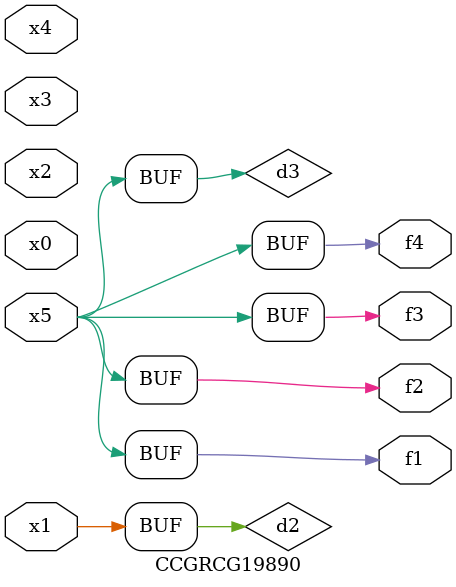
<source format=v>
module CCGRCG19890(
	input x0, x1, x2, x3, x4, x5,
	output f1, f2, f3, f4
);

	wire d1, d2, d3;

	not (d1, x5);
	or (d2, x1);
	xnor (d3, d1);
	assign f1 = d3;
	assign f2 = d3;
	assign f3 = d3;
	assign f4 = d3;
endmodule

</source>
